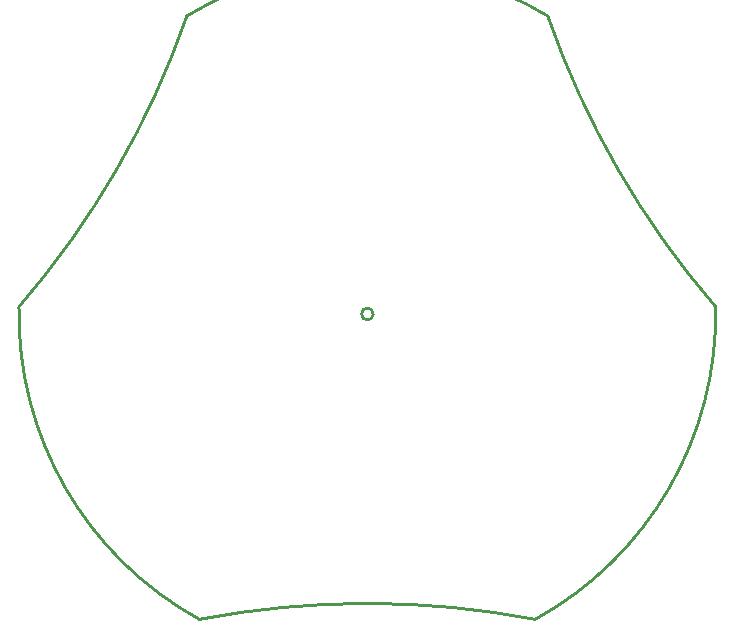
<source format=gbr>
%TF.GenerationSoftware,KiCad,Pcbnew,7.0.9*%
%TF.CreationDate,2023-12-12T05:21:09-05:00*%
%TF.ProjectId,MotorDriver,4d6f746f-7244-4726-9976-65722e6b6963,rev?*%
%TF.SameCoordinates,Original*%
%TF.FileFunction,Profile,NP*%
%FSLAX46Y46*%
G04 Gerber Fmt 4.6, Leading zero omitted, Abs format (unit mm)*
G04 Created by KiCad (PCBNEW 7.0.9) date 2023-12-12 05:21:09*
%MOMM*%
%LPD*%
G01*
G04 APERTURE LIST*
%TA.AperFunction,Profile*%
%ADD10C,0.250000*%
%TD*%
G04 APERTURE END LIST*
D10*
X99099743Y-109385520D02*
G75*
G03*
X113313581Y-134004593I71322757J24765520D01*
G01*
X99099751Y-109385517D02*
G75*
G03*
X68540251Y-109385517I-15279750J-25234484D01*
G01*
X98033831Y-160469897D02*
G75*
G03*
X69606171Y-160469897I-14213830J-74150121D01*
G01*
X98033830Y-160469894D02*
G75*
G03*
X113313580Y-134004593I-14213830J25849894D01*
G01*
X84320001Y-134620002D02*
G75*
G03*
X84320001Y-134620002I-500000J0D01*
G01*
X54326420Y-134004593D02*
G75*
G03*
X69606171Y-160469895I29493580J-615407D01*
G01*
X54326421Y-134004593D02*
G75*
G03*
X68540251Y-109385517I-57108965J49384593D01*
G01*
M02*

</source>
